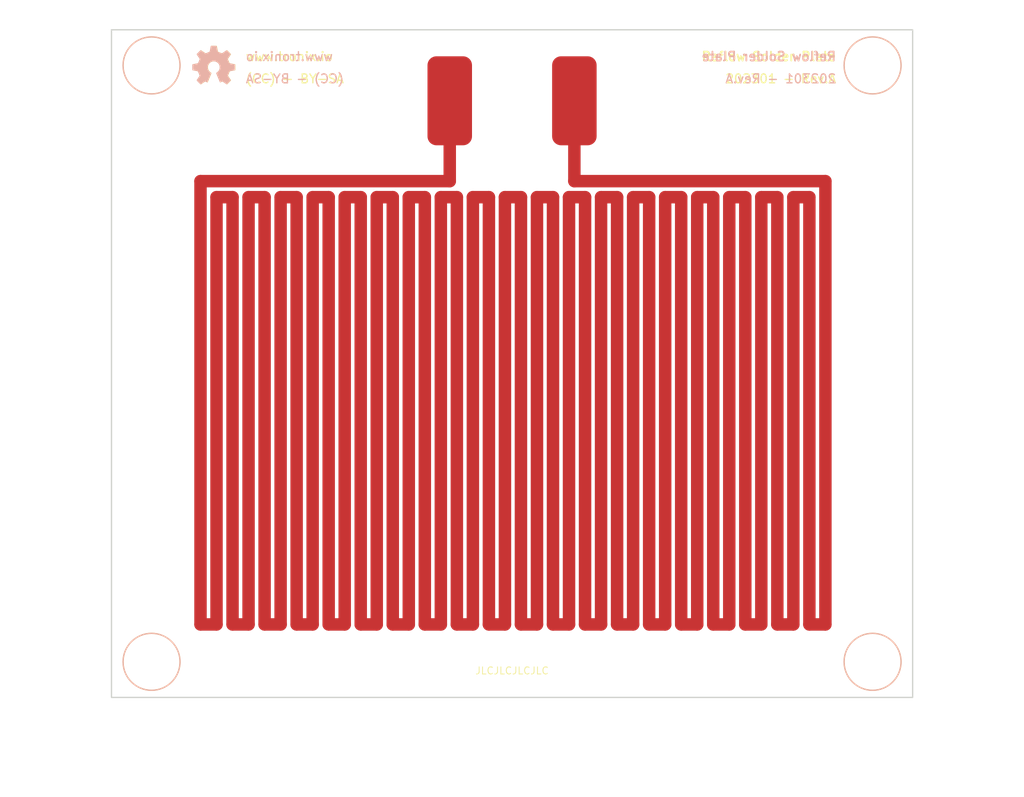
<source format=kicad_pcb>
(kicad_pcb (version 20211014) (generator pcbnew)
  (title_block (title "Solder Plate") (date "01/2023") (rev "A"))
  (layers (0 "F.Cu" signal) (31 "B.Cu" signal) (34 "B.Paste" user) (35 "F.Paste" user) (36 "B.SilkS" user "B.Silkscreen") (37 "F.SilkS" user "F.Silkscreen") (38 "B.Mask" user) (39 "F.Mask" user) (44 "Edge.Cuts" user))
  (net 0 "")
  (net 1 "unconnected-(SP1-Pad1)")
  (footprint "tronixio:SOLDERPLATE" (layer "F.Cu") (at 147 113.975)
    (fp_text reference "SP1" hide)
    (fp_text value "SOLDERPLATE")
    (pad "1" smd roundrect (at -7 -60 90) (size 10 5) (layers "F.Cu" "F.Paste" "F.Mask") (roundrect_rratio 0.2) (net 1 "unconnected-(SP1-Pad1)"))
    (pad "1" smd roundrect (at 7 -60 90) (size 10 5) (layers "F.Cu" "F.Paste" "F.Mask") (roundrect_rratio 0.2) (net 1 "unconnected-(SP1-Pad1)"))
  )
  (footprint "tronixio:MOUNTING-HOLE-3MM-MASK" (layer "F.Cu") (at 106.5 50)
    (fp_text reference "H4" hide)
    (fp_text value "KEYSTONE-9056" hide)
    (fp_circle (center 0 0) (end 3.2 0) (layer "B.SilkS") (width 0.15) (fill none))
    (fp_circle (center 0 0) (end 3.2 0) (layer "F.SilkS") (width 0.15) (fill none))
    (pad "" np_thru_hole circle (at 0 0) (size 3 3) (drill 3) (layers F&B.Cu *.Mask) (clearance 1.5))
  )
  (footprint "tronixio:MOUNTING-HOLE-3MM-MASK" (layer "F.Cu") (at 106.5 117)
    (fp_text reference "H1" hide)
    (fp_text value "KEYSTONE-9056" hide)
    (fp_circle (center 0 0) (end 3.2 0) (layer "B.SilkS") (width 0.15) (fill none))
    (fp_circle (center 0 0) (end 3.2 0) (layer "F.SilkS") (width 0.15) (fill none))
    (pad "" np_thru_hole circle (at 0 0) (size 3 3) (drill 3) (layers F&B.Cu *.Mask) (clearance 1.5))
  )
  (footprint "tronixio:OSHW-5MM" (layer "F.Cu") (at 113.5 50)
    (fp_text reference "G***" hide)
    (fp_text value "LOGO" hide)
    (fp_poly (pts (xy 0.112503 -2.205305) (xy 0.188585 -2.204991) (xy 0.245175 -2.204139) (xy 0.285349 -2.202485) (xy 0.312183 -2.19976) (xy 0.328754 -2.195697) (xy 0.338137 -2.190029) (xy 0.343407 -2.182489) (xy 0.346067 -2.176502) (xy 0.351819 -2.155872) (xy 0.361219 -2.114019) (xy 0.373445 -2.054971) (xy 0.387673 -1.982754) (xy 0.403082 -1.901397) (xy 0.410766 -1.859685) (xy 0.426304 -1.776128) (xy 0.440921 -1.700487) (xy 0.453831 -1.636607) (xy 0.464245 -1.58833) (xy 0.471376 -1.559501) (xy 0.473495 -1.553524) (xy 0.487624 -1.543829) (xy 0.520987 -1.52669) (xy 0.568967 -1.504087) (xy 0.626948 -1.477998) (xy 0.690314 -1.450405) (xy 0.754449 -1.423285) (xy 0.814737 -1.398618) (xy 0.866561 -1.378383) (xy 0.905305 -1.36456) (xy 0.926354 -1.359128) (xy 0.92691 -1.359112) (xy 0.941518 -1.366107) (xy 0.97411 -1.385773) (xy 1.021624 -1.416127) (xy 1.080997 -1.455189) (xy 1.149167 -1.500978) (xy 1.204337 -1.538617) (xy 1.276991 -1.58813) (xy 1.343025 -1.632413) (xy 1.399403 -1.669487) (xy 1.443088 -1.697374) (xy 1.471043 -1.714097) (xy 1.47988 -1.718122) (xy 1.493641 -1.709282) (xy 1.521915 -1.684807) (xy 1.561669 -1.647768) (xy 1.609873 -1.601234) (xy 1.663495 -1.548276) (xy 1.719505 -1.491962) (xy 1.774871 -1.435363) (xy 1.826562 -1.381549) (xy 1.871548 -1.33359) (xy 1.906797 -1.294555) (xy 1.929278 -1.267514) (xy 1.936093 -1.256075) (xy 1.930212 -1.239792) (xy 1.912193 -1.207543) (xy 1.881475 -1.158462) (xy 1.837495 -1.091686) (xy 1.779689 -1.00635) (xy 1.707495 -0.901591) (xy 1.671879 -0.850344) (xy 1.638824 -0.80126) (xy 1.612148 -0.758563) (xy 1.594893 -0.727324) (xy 1.589904 -0.713655) (xy 1.594754 -0.697334) (xy 1.608013 -0.662128) (xy 1.62775 -0.612617) (xy 1.652031 -0.55338) (xy 1.678922 -0.488996) (xy 1.706491 -0.424047) (xy 1.732803 -0.363111) (xy 1.755927 -0.310768) (xy 1.773928 -0.271598) (xy 1.784874 -0.25018) (xy 1.786526 -0.247868) (xy 1.800495 -0.243726) (xy 1.836105 -0.235699) (xy 1.889773 -0.224522) (xy 1.957915 -0.210929) (xy 2.036948 -0.195656) (xy 2.090365 -0.185568) (xy 2.175183 -0.169544) (xy 2.252099 -0.15474) (xy 2.317349 -0.141901) (xy 2.367173 -0.131773) (xy 2.397809 -0.125104) (xy 2.405431 -0.123066) (xy 2.411063 -0.116814) (xy 2.415426 -0.101095) (xy 2.418668 -0.073197) (xy 2.420933 -0.030409) (xy 2.422366 0.02998) (xy 2.423114 0.110684) (xy 2.423321 0.210293) (xy 2.423202 0.310587) (xy 2.422711 0.388201) (xy 2.421649 0.446096) (xy 2.419816 0.487237) (xy 2.417013 0.514584) (xy 2.41304 0.531101) (xy 2.407697 0.53975) (xy 2.400883 0.543466) (xy 2.378661 0.548625) (xy 2.338314 0.556746) (xy 2.286985 0.566415) (xy 2.263049 0.570744) (xy 2.127407 0.595376) (xy 2.016332 0.616479) (xy 1.929018 0.634225) (xy 1.864656 0.64879) (xy 1.82244 0.660347) (xy 1.801562 0.66907) (xy 1.79987 0.670496) (xy 1.791465 0.686078) (xy 1.775685 0.720992) (xy 1.754362 0.770707) (xy 1.729327 0.830694) (xy 1.702414 0.896422) (xy 1.675454 0.96336) (xy 1.650281 1.026979) (xy 1.628726 1.082748) (xy 1.612622 1.126137) (xy 1.603801 1.152615) (xy 1.602692 1.157988) (xy 1.610028 1.172767) (xy 1.63143 1.207108) (xy 1.666036 1.259722) (xy 1.712983 1.329322) (xy 1.771408 1.414621) (xy 1.840447 1.51433) (xy 1.867654 1.553391) (xy 1.897811 1.599113) (xy 1.921185 1.639288) (xy 1.934376 1.667841) (xy 1.936093 1.675677) (xy 1.927103 1.692014) (xy 1.901418 1.723855) (xy 1.860965 1.769075) (xy 1.807672 1.82555) (xy 1.743466 1.891154) (xy 1.71296 1.921664) (xy 1.643302 1.990709) (xy 1.589314 2.043494) (xy 1.548612 2.081971) (xy 1.518813 2.108091) (xy 1.497532 2.123805) (xy 1.482386 2.131066) (xy 1.470991 2.131825) (xy 1.460964 2.128033) (xy 1.460917 2.128008) (xy 1.441892 2.116253) (xy 1.405419 2.09234) (xy 1.355138 2.058707) (xy 1.294686 2.017792) (xy 1.227702 1.972033) (xy 1.210483 1.960205) (xy 1.143557 1.914694) (xy 1.083189 1.874607) (xy 1.032748 1.842104) (xy 0.995605 1.819344) (xy 0.975129 1.808488) (xy 0.972784 1.807875) (xy 0.955044 1.813477) (xy 0.920428 1.82855) (xy 0.874685 1.850498) (xy 0.843591 1.866246) (xy 0.794692 1.890329) (xy 0.754091 1.908142) (xy 0.727189 1.917434) (xy 0.719661 1.917874) (xy 0.71184 1.904564) (xy 0.695873 1.87093) (xy 0.673276 1.820398) (xy 0.645566 1.756397) (xy 0.614262 1.682354) (xy 0.595951 1.638326) (xy 0.555205 1.539832) (xy 0.509885 1.430374) (xy 0.463588 1.318629) (xy 0.419909 1.213275) (xy 0.382617 1.123407) (xy 0.352192 1.049365) (xy 0.325466 0.982847) (xy 0.303922 0.927668) (xy 0.289044 0.887646) (xy 0.282318 0.866596) (xy 0.28208 0.86489) (xy 0.291868 0.850064) (xy 0.317767 0.825757) (xy 0.354572 0.796754) (xy 0.362216 0.791216) (xy 0.47362 0.699405) (xy 0.560778 0.600114) (xy 0.624272 0.492284) (xy 0.664684 0.374854) (xy 0.682594 0.246763) (xy 0.683668 0.205149) (xy 0.672966 0.079705) (xy 0.639876 -0.035509) (xy 0.583362 -0.143051) (xy 0.502387 -0.245478) (xy 0.500128 -0.247901) (xy 0.404266 -0.332655) (xy 0.297367 -0.395917) (xy 0.182586 -0.437559) (xy 0.063074 -0.45745) (xy -0.058015 -0.455461) (xy -0.177529 -0.431461) (xy -0.292317 -0.38532) (xy -0.399224 -0.316909) (xy -0.435557 -0.286461) (xy -0.524789 -0.19034) (xy -0.590858 -0.083248) (xy -0.63358 0.034398) (xy -0.65277 0.162186) (xy -0.653912 0.203806) (xy -0.64477 0.331905) (xy -0.616397 0.446756) (xy -0.567372 0.551025) (xy -0.496276 0.647379) (xy -0.401689 0.738486) (xy -0.345898 0.782346) (xy -0.305473 0.814275) (xy -0.274554 0.84243) (xy -0.257973 0.862253) (xy -0.256436 0.866724) (xy -0.261189 0.882472) (xy -0.274692 0.919019) (xy -0.295811 0.973504) (xy -0.323413 1.043065) (xy -0.356365 1.124837) (xy -0.393532 1.21596) (xy -0.424781 1.291835) (xy -0.466473 1.392714) (xy -0.506757 1.490316) (xy -0.54414 1.581016) (xy -0.57713 1.661187) (xy -0.604234 1.727202) (xy -0.623959 1.775436) (xy -0.631922 1.795053) (xy -0.656173 1.85428) (xy -0.675445 1.89208) (xy -0.695005 1.910535) (xy -0.720119 1.911726) (xy -0.756055 1.897735) (xy -0.80808 1.870643) (xy -0.814523 1.867212) (xy -0.863833 1.841835) (xy -0.905672 1.821875) (xy -0.934272 1.810004) (xy -0.942679 1.807875) (xy -0.957624 1.814831) (xy -0.990452 1.834339) (xy -1.037961 1.864353) (xy -1.096948 1.902829) (xy -1.164211 1.947723) (xy -1.20379 1.974558) (xy -1.273782 2.022017) (xy -1.336742 2.064219) (xy -1.389581 2.099132) (xy -1.429212 2.124728) (xy -1.452547 2.138976) (xy -1.457362 2.141242) (xy -1.468597 2.132572) (xy -1.495354 2.108206) (xy -1.53505 2.070611) (xy -1.585104 2.022252) (xy -1.642932 1.965596) (xy -1.688443 1.920545) (xy -1.754363 1.854061) (xy -1.811428 1.794627) (xy -1.857492 1.744605) (xy -1.890411 1.706358) (xy -1.908038 1.682247) (xy -1.910449 1.676115) (xy -1.903342 1.656709) (xy -1.88402 1.621725) (xy -1.855484 1.576225) (xy -1.822794 1.528185) (xy -1.761853 1.44109) (xy -1.706889 1.361082) (xy -1.659529 1.29063) (xy -1.621397 1.232204) (xy -1.594118 1.188276) (xy -1.579316 1.161316) (xy -1.577082 1.154608) (xy -1.581837 1.136716) (xy -1.594857 1.099854) (xy -1.614275 1.048609) (xy -1.638222 0.987568) (xy -1.664831 0.921316) (xy -1.692235 0.854442) (xy -1.718566 0.791531) (xy -1.741957 0.737171) (xy -1.76054 0.695948) (xy -1.772447 0.672449) (xy -1.774702 0.66925) (xy -1.791569 0.66222) (xy -1.829891 0.651729) (xy -1.885847 0.638647) (xy -1.955617 0.623842) (xy -2.035381 0.608183) (xy -2.07828 0.60022) (xy -2.161621 0.584627) (xy -2.236906 0.569745) (xy -2.300315 0.556391) (xy -2.348033 0.545387) (xy -2.37624 0.537551) (xy -2.381867 0.535051) (xy -2.387099 0.524908) (xy -2.390991 0.502231) (xy -2.393638 0.46456) (xy -2.395134 0.409435) (xy -2.395573 0.334397) (xy -2.39505 0.236985) (xy -2.394689 0.200194) (xy -2.391267 -0.121807) (xy -2.282282 -0.143659) (xy -2.229898 -0.153965) (xy -2.160108 -0.167419) (xy -2.080727 -0.182526) (xy -1.999569 -0.197795) (xy -1.970053 -0.203298) (xy -1.900658 -0.216734) (xy -1.840162 -0.229455) (xy -1.793065 -0.240437) (xy -1.763866 -0.248652) (xy -1.756665 -0.251967) (xy -1.746988 -0.268752) (xy -1.729936 -0.304533) (xy -1.707477 -0.354612) (xy -1.681582 -0.414291) (xy -1.654218 -0.478872) (xy -1.627353 -0.543658) (xy -1.602957 -0.60395) (xy -1.582998 -0.65505) (xy -1.569445 -0.692261) (xy -1.564266 -0.710885) (xy -1.564261 -0.711124) (xy -1.571273 -0.727773) (xy -1.590937 -0.762151) (xy -1.621195 -0.810982) (xy -1.659988 -0.870991) (xy -1.705259 -0.938901) (xy -1.732615 -0.979077) (xy -1.780965 -1.050145) (xy -1.82446 -1.115201) (xy -1.860949 -1.170937) (xy -1.888284 -1.214046) (xy -1.904314 -1.24122) (xy -1.907531 -1.248169) (xy -1.904717 -1.261112) (xy -1.890381 -1.283286) (xy -1.863069 -1.316351) (xy -1.821325 -1.361969) (xy -1.763692 -1.421801) (xy -1.691232 -1.494988) (xy -1.628982 -1.55669) (xy -1.572135 -1.611849) (xy -1.523344 -1.657988) (xy -1.485263 -1.692627) (xy -1.460542 -1.713289) (xy -1.452414 -1.718122) (xy -1.437782 -1.711105) (xy -1.405251 -1.6914) (xy -1.357928 -1.661025) (xy -1.298923 -1.621998) (xy -1.231343 -1.576338) (xy -1.183018 -1.543181) (xy -1.111112 -1.493886) (xy -1.04544 -1.44951) (xy -0.989183 -1.41215) (xy -0.945519 -1.383901) (xy -0.917627 -1.36686) (xy -0.90944 -1.362781) (xy -0.891885 -1.365776) (xy -0.855505 -1.377082) (xy -0.805012 -1.394838) (xy -0.745121 -1.417183) (xy -0.680546 -1.442257) (xy -0.616001 -1.468199) (xy -0.5562 -1.493147) (xy -0.505857 -1.515243) (xy -0.469686 -1.532623) (xy -0.45278 -1.543038) (xy -0.446293 -1.559308) (xy -0.436108 -1.597206) (xy -0.423041 -1.653118) (xy -0.407909 -1.723429) (xy -0.391528 -1.804525) (xy -0.378917 -1.870225) (xy -0.362481 -1.956759) (xy -0.347254 -2.035011) (xy -0.333961 -2.101421) (xy -0.323321 -2.152432) (xy -0.316058 -2.184486) (xy -0.31324 -2.193976) (xy -0.299005 -2.197095) (xy -0.262664 -2.199887) (xy -0.207755 -2.20223) (xy -0.137813 -2.204) (xy -0.056376 -2.205075) (xy 0.013853 -2.205351)) (layer "F.SilkS") (width 0) (fill solid))
  )
  (footprint "tronixio:MOUNTING-HOLE-3MM-MASK" (layer "F.Cu") (at 187.5 117)
    (fp_text reference "H2" hide)
    (fp_text value "KEYSTONE-9056" hide)
    (fp_circle (center 0 0) (end 3.2 0) (layer "B.SilkS") (width 0.15) (fill none))
    (fp_circle (center 0 0) (end 3.2 0) (layer "F.SilkS") (width 0.15) (fill none))
    (pad "" np_thru_hole circle (at 0 0) (size 3 3) (drill 3) (layers F&B.Cu *.Mask) (clearance 1.5))
  )
  (footprint "tronixio:MOUNTING-HOLE-3MM-MASK" (layer "F.Cu") (at 187.5 50)
    (fp_text reference "H3" hide)
    (fp_text value "KEYSTONE-9056" hide)
    (fp_circle (center 0 0) (end 3.2 0) (layer "B.SilkS") (width 0.15) (fill none))
    (fp_circle (center 0 0) (end 3.2 0) (layer "F.SilkS") (width 0.15) (fill none))
    (pad "" np_thru_hole circle (at 0 0) (size 3 3) (drill 3) (layers F&B.Cu *.Mask) (clearance 1.5))
  )
  (footprint "tronixio:OSHW-5MM" (layer "B.Cu") (at 113.5 50 180)
    (fp_text reference "G***" hide)
    (fp_text value "LOGO" hide)
    (fp_poly (pts (xy 0.112503 2.205305) (xy 0.188585 2.204991) (xy 0.245175 2.204139) (xy 0.285349 2.202485) (xy 0.312183 2.19976) (xy 0.328754 2.195697) (xy 0.338137 2.190029) (xy 0.343407 2.182489) (xy 0.346067 2.176502) (xy 0.351819 2.155872) (xy 0.361219 2.114019) (xy 0.373445 2.054971) (xy 0.387673 1.982754) (xy 0.403082 1.901397) (xy 0.410766 1.859685) (xy 0.426304 1.776128) (xy 0.440921 1.700487) (xy 0.453831 1.636607) (xy 0.464245 1.58833) (xy 0.471376 1.559501) (xy 0.473495 1.553524) (xy 0.487624 1.543829) (xy 0.520987 1.52669) (xy 0.568967 1.504087) (xy 0.626948 1.477998) (xy 0.690314 1.450405) (xy 0.754449 1.423285) (xy 0.814737 1.398618) (xy 0.866561 1.378383) (xy 0.905305 1.36456) (xy 0.926354 1.359128) (xy 0.92691 1.359112) (xy 0.941518 1.366107) (xy 0.97411 1.385773) (xy 1.021624 1.416127) (xy 1.080997 1.455189) (xy 1.149167 1.500978) (xy 1.204337 1.538617) (xy 1.276991 1.58813) (xy 1.343025 1.632413) (xy 1.399403 1.669487) (xy 1.443088 1.697374) (xy 1.471043 1.714097) (xy 1.47988 1.718122) (xy 1.493641 1.709282) (xy 1.521915 1.684807) (xy 1.561669 1.647768) (xy 1.609873 1.601234) (xy 1.663495 1.548276) (xy 1.719505 1.491962) (xy 1.774871 1.435363) (xy 1.826562 1.381549) (xy 1.871548 1.33359) (xy 1.906797 1.294555) (xy 1.929278 1.267514) (xy 1.936093 1.256075) (xy 1.930212 1.239792) (xy 1.912193 1.207543) (xy 1.881475 1.158462) (xy 1.837495 1.091686) (xy 1.779689 1.00635) (xy 1.707495 0.901591) (xy 1.671879 0.850344) (xy 1.638824 0.80126) (xy 1.612148 0.758563) (xy 1.594893 0.727324) (xy 1.589904 0.713655) (xy 1.594754 0.697334) (xy 1.608013 0.662128) (xy 1.62775 0.612617) (xy 1.652031 0.55338) (xy 1.678922 0.488996) (xy 1.706491 0.424047) (xy 1.732803 0.363111) (xy 1.755927 0.310768) (xy 1.773928 0.271598) (xy 1.784874 0.25018) (xy 1.786526 0.247868) (xy 1.800495 0.243726) (xy 1.836105 0.235699) (xy 1.889773 0.224522) (xy 1.957915 0.210929) (xy 2.036948 0.195656) (xy 2.090365 0.185568) (xy 2.175183 0.169544) (xy 2.252099 0.15474) (xy 2.317349 0.141901) (xy 2.367173 0.131773) (xy 2.397809 0.125104) (xy 2.405431 0.123066) (xy 2.411063 0.116814) (xy 2.415426 0.101095) (xy 2.418668 0.073197) (xy 2.420933 0.030409) (xy 2.422366 -0.02998) (xy 2.423114 -0.110684) (xy 2.423321 -0.210293) (xy 2.423202 -0.310587) (xy 2.422711 -0.388201) (xy 2.421649 -0.446096) (xy 2.419816 -0.487237) (xy 2.417013 -0.514584) (xy 2.41304 -0.531101) (xy 2.407697 -0.53975) (xy 2.400883 -0.543466) (xy 2.378661 -0.548625) (xy 2.338314 -0.556746) (xy 2.286985 -0.566415) (xy 2.263049 -0.570744) (xy 2.127407 -0.595376) (xy 2.016332 -0.616479) (xy 1.929018 -0.634225) (xy 1.864656 -0.64879) (xy 1.82244 -0.660347) (xy 1.801562 -0.66907) (xy 1.79987 -0.670496) (xy 1.791465 -0.686078) (xy 1.775685 -0.720992) (xy 1.754362 -0.770707) (xy 1.729327 -0.830694) (xy 1.702414 -0.896422) (xy 1.675454 -0.96336) (xy 1.650281 -1.026979) (xy 1.628726 -1.082748) (xy 1.612622 -1.126137) (xy 1.603801 -1.152615) (xy 1.602692 -1.157988) (xy 1.610028 -1.172767) (xy 1.63143 -1.207108) (xy 1.666036 -1.259722) (xy 1.712983 -1.329322) (xy 1.771408 -1.414621) (xy 1.840447 -1.51433) (xy 1.867654 -1.553391) (xy 1.897811 -1.599113) (xy 1.921185 -1.639288) (xy 1.934376 -1.667841) (xy 1.936093 -1.675677) (xy 1.927103 -1.692014) (xy 1.901418 -1.723855) (xy 1.860965 -1.769075) (xy 1.807672 -1.82555) (xy 1.743466 -1.891154) (xy 1.71296 -1.921664) (xy 1.643302 -1.990709) (xy 1.589314 -2.043494) (xy 1.548612 -2.081971) (xy 1.518813 -2.108091) (xy 1.497532 -2.123805) (xy 1.482386 -2.131066) (xy 1.470991 -2.131825) (xy 1.460964 -2.128033) (xy 1.460917 -2.128008) (xy 1.441892 -2.116253) (xy 1.405419 -2.09234) (xy 1.355138 -2.058707) (xy 1.294686 -2.017792) (xy 1.227702 -1.972033) (xy 1.210483 -1.960205) (xy 1.143557 -1.914694) (xy 1.083189 -1.874607) (xy 1.032748 -1.842104) (xy 0.995605 -1.819344) (xy 0.975129 -1.808488) (xy 0.972784 -1.807875) (xy 0.955044 -1.813477) (xy 0.920428 -1.82855) (xy 0.874685 -1.850498) (xy 0.843591 -1.866246) (xy 0.794692 -1.890329) (xy 0.754091 -1.908142) (xy 0.727189 -1.917434) (xy 0.719661 -1.917874) (xy 0.71184 -1.904564) (xy 0.695873 -1.87093) (xy 0.673276 -1.820398) (xy 0.645566 -1.756397) (xy 0.614262 -1.682354) (xy 0.595951 -1.638326) (xy 0.555205 -1.539832) (xy 0.509885 -1.430374) (xy 0.463588 -1.318629) (xy 0.419909 -1.213275) (xy 0.382617 -1.123407) (xy 0.352192 -1.049365) (xy 0.325466 -0.982847) (xy 0.303922 -0.927668) (xy 0.289044 -0.887646) (xy 0.282318 -0.866596) (xy 0.28208 -0.86489) (xy 0.291868 -0.850064) (xy 0.317767 -0.825757) (xy 0.354572 -0.796754) (xy 0.362216 -0.791216) (xy 0.47362 -0.699405) (xy 0.560778 -0.600114) (xy 0.624272 -0.492284) (xy 0.664684 -0.374854) (xy 0.682594 -0.246763) (xy 0.683668 -0.205149) (xy 0.672966 -0.079705) (xy 0.639876 0.035509) (xy 0.583362 0.143051) (xy 0.502387 0.245478) (xy 0.500128 0.247901) (xy 0.404266 0.332655) (xy 0.297367 0.395917) (xy 0.182586 0.437559) (xy 0.063074 0.45745) (xy -0.058015 0.455461) (xy -0.177529 0.431461) (xy -0.292317 0.38532) (xy -0.399224 0.316909) (xy -0.435557 0.286461) (xy -0.524789 0.19034) (xy -0.590858 0.083248) (xy -0.63358 -0.034398) (xy -0.65277 -0.162186) (xy -0.653912 -0.203806) (xy -0.64477 -0.331905) (xy -0.616397 -0.446756) (xy -0.567372 -0.551025) (xy -0.496276 -0.647379) (xy -0.401689 -0.738486) (xy -0.345898 -0.782346) (xy -0.305473 -0.814275) (xy -0.274554 -0.84243) (xy -0.257973 -0.862253) (xy -0.256436 -0.866724) (xy -0.261189 -0.882472) (xy -0.274692 -0.919019) (xy -0.295811 -0.973504) (xy -0.323413 -1.043065) (xy -0.356365 -1.124837) (xy -0.393532 -1.21596) (xy -0.424781 -1.291835) (xy -0.466473 -1.392714) (xy -0.506757 -1.490316) (xy -0.54414 -1.581016) (xy -0.57713 -1.661187) (xy -0.604234 -1.727202) (xy -0.623959 -1.775436) (xy -0.631922 -1.795053) (xy -0.656173 -1.85428) (xy -0.675445 -1.89208) (xy -0.695005 -1.910535) (xy -0.720119 -1.911726) (xy -0.756055 -1.897735) (xy -0.80808 -1.870643) (xy -0.814523 -1.867212) (xy -0.863833 -1.841835) (xy -0.905672 -1.821875) (xy -0.934272 -1.810004) (xy -0.942679 -1.807875) (xy -0.957624 -1.814831) (xy -0.990452 -1.834339) (xy -1.037961 -1.864353) (xy -1.096948 -1.902829) (xy -1.164211 -1.947723) (xy -1.20379 -1.974558) (xy -1.273782 -2.022017) (xy -1.336742 -2.064219) (xy -1.389581 -2.099132) (xy -1.429212 -2.124728) (xy -1.452547 -2.138976) (xy -1.457362 -2.141242) (xy -1.468597 -2.132572) (xy -1.495354 -2.108206) (xy -1.53505 -2.070611) (xy -1.585104 -2.022252) (xy -1.642932 -1.965596) (xy -1.688443 -1.920545) (xy -1.754363 -1.854061) (xy -1.811428 -1.794627) (xy -1.857492 -1.744605) (xy -1.890411 -1.706358) (xy -1.908038 -1.682247) (xy -1.910449 -1.676115) (xy -1.903342 -1.656709) (xy -1.88402 -1.621725) (xy -1.855484 -1.576225) (xy -1.822794 -1.528185) (xy -1.761853 -1.44109) (xy -1.706889 -1.361082) (xy -1.659529 -1.29063) (xy -1.621397 -1.232204) (xy -1.594118 -1.188276) (xy -1.579316 -1.161316) (xy -1.577082 -1.154608) (xy -1.581837 -1.136716) (xy -1.594857 -1.099854) (xy -1.614275 -1.048609) (xy -1.638222 -0.987568) (xy -1.664831 -0.921316) (xy -1.692235 -0.854442) (xy -1.718566 -0.791531) (xy -1.741957 -0.737171) (xy -1.76054 -0.695948) (xy -1.772447 -0.672449) (xy -1.774702 -0.66925) (xy -1.791569 -0.66222) (xy -1.829891 -0.651729) (xy -1.885847 -0.638647) (xy -1.955617 -0.623842) (xy -2.035381 -0.608183) (xy -2.07828 -0.60022) (xy -2.161621 -0.584627) (xy -2.236906 -0.569745) (xy -2.300315 -0.556391) (xy -2.348033 -0.545387) (xy -2.37624 -0.537551) (xy -2.381867 -0.535051) (xy -2.387099 -0.524908) (xy -2.390991 -0.502231) (xy -2.393638 -0.46456) (xy -2.395134 -0.409435) (xy -2.395573 -0.334397) (xy -2.39505 -0.236985) (xy -2.394689 -0.200194) (xy -2.391267 0.121807) (xy -2.282282 0.143659) (xy -2.229898 0.153965) (xy -2.160108 0.167419) (xy -2.080727 0.182526) (xy -1.999569 0.197795) (xy -1.970053 0.203298) (xy -1.900658 0.216734) (xy -1.840162 0.229455) (xy -1.793065 0.240437) (xy -1.763866 0.248652) (xy -1.756665 0.251967) (xy -1.746988 0.268752) (xy -1.729936 0.304533) (xy -1.707477 0.354612) (xy -1.681582 0.414291) (xy -1.654218 0.478872) (xy -1.627353 0.543658) (xy -1.602957 0.60395) (xy -1.582998 0.65505) (xy -1.569445 0.692261) (xy -1.564266 0.710885) (xy -1.564261 0.711124) (xy -1.571273 0.727773) (xy -1.590937 0.762151) (xy -1.621195 0.810982) (xy -1.659988 0.870991) (xy -1.705259 0.938901) (xy -1.732615 0.979077) (xy -1.780965 1.050145) (xy -1.82446 1.115201) (xy -1.860949 1.170937) (xy -1.888284 1.214046) (xy -1.904314 1.24122) (xy -1.907531 1.248169) (xy -1.904717 1.261112) (xy -1.890381 1.283286) (xy -1.863069 1.316351) (xy -1.821325 1.361969) (xy -1.763692 1.421801) (xy -1.691232 1.494988) (xy -1.628982 1.55669) (xy -1.572135 1.611849) (xy -1.523344 1.657988) (xy -1.485263 1.692627) (xy -1.460542 1.713289) (xy -1.452414 1.718122) (xy -1.437782 1.711105) (xy -1.405251 1.6914) (xy -1.357928 1.661025) (xy -1.298923 1.621998) (xy -1.231343 1.576338) (xy -1.183018 1.543181) (xy -1.111112 1.493886) (xy -1.04544 1.44951) (xy -0.989183 1.41215) (xy -0.945519 1.383901) (xy -0.917627 1.36686) (xy -0.90944 1.362781) (xy -0.891885 1.365776) (xy -0.855505 1.377082) (xy -0.805012 1.394838) (xy -0.745121 1.417183) (xy -0.680546 1.442257) (xy -0.616001 1.468199) (xy -0.5562 1.493147) (xy -0.505857 1.515243) (xy -0.469686 1.532623) (xy -0.45278 1.543038) (xy -0.446293 1.559308) (xy -0.436108 1.597206) (xy -0.423041 1.653118) (xy -0.407909 1.723429) (xy -0.391528 1.804525) (xy -0.378917 1.870225) (xy -0.362481 1.956759) (xy -0.347254 2.035011) (xy -0.333961 2.101421) (xy -0.323321 2.152432) (xy -0.316058 2.184486) (xy -0.31324 2.193976) (xy -0.299005 2.197095) (xy -0.262664 2.199887) (xy -0.207755 2.20223) (xy -0.137813 2.204) (xy -0.056376 2.205075) (xy 0.013853 2.205351)) (layer "B.SilkS") (width 0) (fill solid))
  )
  (gr_rect (start 102 121) (end 192 46) (layer "Edge.Cuts") (width 0.15) (fill none))
  (gr_text "202301 - Rev.A" (at 183.5 51.5) (layer "B.SilkS") (effects (font (size 1 1)) (justify left mirror)))
  (gr_text "www.tronix.io" (at 117 49) (layer "B.SilkS") (effects (font (size 1 1)) (justify right mirror)))
  (gr_text "Reflow Solder Plate" (at 183.5 49) (layer "B.SilkS") (effects (font (size 1 1) (thickness 0.2)) (justify left mirror)))
  (gr_text "(CC) - BY-SA" (at 117 51.5) (layer "B.SilkS") (effects (font (size 1 1)) (justify right mirror)))
  (gr_text "(CC) - BY-SA" (at 117 51.5) (layer "F.SilkS") (effects (font (size 1 1)) (justify left)))
  (gr_text "www.tronix.io" (at 117 49) (layer "F.SilkS") (effects (font (size 1 1)) (justify left)))
  (gr_text "JLCJLCJLCJLC" (at 147 118) (layer "F.SilkS") (effects (font (size 0.8 0.8) (thickness 0.1))))
  (gr_text "Reflow Solder Plate" (at 183.5 49) (layer "F.SilkS") (effects (font (size 1 1) (thickness 0.2)) (justify right)))
  (gr_text "202301 - Rev.A" (at 183.5 51.5) (layer "F.SilkS") (effects (font (size 1 1)) (justify right)))
  (segment (start 178.6002 112.80082) (end 178.6002 64.80071) (width 1.4) (layer "F.Cu") (net 1))
  (segment (start 173.20021 112.80082) (end 175.00016 112.80082) (width 1.4) (layer "F.Cu") (net 1))
  (segment (start 175.00016 64.80071) (end 176.80026 64.80071) (width 1.4) (layer "F.Cu") (net 1))
  (segment (start 182.20022 112.80082) (end 182.20022 63) (width 1.4) (layer "F.Cu") (net 1))
  (segment (start 176.80026 64.80071) (end 176.80026 112.80082) (width 1.4) (layer "F.Cu") (net 1))
  (segment (start 169.60019 112.80082) (end 171.40014 112.80082) (width 1.4) (layer "F.Cu") (net 1))
  (segment (start 162.40013 64.80071) (end 162.40013 112.80082) (width 1.4) (layer "F.Cu") (net 1))
  (segment (start 111.99985 63) (end 140 63) (width 1.4) (layer "F.Cu") (net 1))
  (segment (start 166.00015 112.80082) (end 167.80012 112.80082) (width 1.4) (layer "F.Cu") (net 1))
  (segment (start 144.39999 112.80082) (end 146.20006 112.80082) (width 1.4) (layer "F.Cu") (net 1))
  (segment (start 169.60019 64.80071) (end 169.60019 112.80082) (width 1.4) (layer "F.Cu") (net 1))
  (segment (start 164.20008 64.80071) (end 166.00015 64.80071) (width 1.4) (layer "F.Cu") (net 1))
  (segment (start 171.40014 64.80071) (end 173.20021 64.80071) (width 1.4) (layer "F.Cu") (net 1))
  (segment (start 115.5999 112.80082) (end 117.39984 112.80082) (width 1.4) (layer "F.Cu") (net 1))
  (segment (start 128.19992 112.80082) (end 128.19992 64.80071) (width 1.4) (layer "F.Cu") (net 1))
  (segment (start 133.59991 64.80071) (end 133.59991 112.80082) (width 1.4) (layer "F.Cu") (net 1))
  (segment (start 111.99985 112.80082) (end 113.79987 112.80082) (width 1.4) (layer "F.Cu") (net 1))
  (segment (start 140 63) (end 140 53.975) (width 1.4) (layer "F.Cu") (net 1))
  (segment (start 160.60006 112.80082) (end 160.60006 64.80071) (width 1.4) (layer "F.Cu") (net 1))
  (segment (start 151.60005 112.80082) (end 153.40013 112.80082) (width 1.4) (layer "F.Cu") (net 1))
  (segment (start 148.00001 64.80071) (end 148.00001 112.80082) (width 1.4) (layer "F.Cu") (net 1))
  (segment (start 167.80012 64.80071) (end 169.60019 64.80071) (width 1.4) (layer "F.Cu") (net 1))
  (segment (start 128.19992 64.80071) (end 129.99999 64.80071) (width 1.4) (layer "F.Cu") (net 1))
  (segment (start 144.39999 64.80071) (end 144.39999 112.80082) (width 1.4) (layer "F.Cu") (net 1))
  (segment (start 140.79997 64.80071) (end 140.79997 112.80082) (width 1.4) (layer "F.Cu") (net 1))
  (segment (start 111.99985 63) (end 111.99985 112.80082) (width 1.4) (layer "F.Cu") (net 1))
  (segment (start 119.19991 112.80082) (end 120.99986 112.80082) (width 1.4) (layer "F.Cu") (net 1))
  (segment (start 146.20006 112.80082) (end 146.20006 64.80071) (width 1.4) (layer "F.Cu") (net 1))
  (segment (start 131.79994 112.80082) (end 131.79994 64.80071) (width 1.4) (layer "F.Cu") (net 1))
  (segment (start 146.20006 64.80071) (end 148.00001 64.80071) (width 1.4) (layer "F.Cu") (net 1))
  (segment (start 115.5999 64.80071) (end 115.5999 112.80082) (width 1.4) (layer "F.Cu") (net 1))
  (segment (start 155.20007 112.80082) (end 157.00014 112.80082) (width 1.4) (layer "F.Cu") (net 1))
  (segment (start 124.5999 64.80071) (end 126.3999 64.80071) (width 1.4) (layer "F.Cu") (net 1))
  (segment (start 155.20007 64.80071) (end 155.20007 112.80082) (width 1.4) (layer "F.Cu") (net 1))
  (segment (start 140.79997 112.80082) (end 142.60005 112.80082) (width 1.4) (layer "F.Cu") (net 1))
  (segment (start 135.39998 64.80071) (end 137.19993 64.80071) (width 1.4) (layer "F.Cu") (net 1))
  (segment (start 171.40014 112.80082) (end 171.40014 64.80071) (width 1.4) (layer "F.Cu") (net 1))
  (segment (start 166.00015 64.80071) (end 166.00015 112.80082) (width 1.4) (layer "F.Cu") (net 1))
  (segment (start 120.99986 64.80071) (end 122.79988 64.80071) (width 1.4) (layer "F.Cu") (net 1))
  (segment (start 119.19991 64.80071) (end 119.19991 112.80082) (width 1.4) (layer "F.Cu") (net 1))
  (segment (start 149.80008 112.80082) (end 149.80008 64.80071) (width 1.4) (layer "F.Cu") (net 1))
  (segment (start 137.19993 112.80082) (end 139 112.80082) (width 1.4) (layer "F.Cu") (net 1))
  (segment (start 133.59991 112.80082) (end 135.39998 112.80082) (width 1.4) (layer "F.Cu") (net 1))
  (segment (start 135.39998 112.80082) (end 135.39998 64.80071) (width 1.4) (layer "F.Cu") (net 1))
  (segment (start 126.3999 112.80082) (end 128.19992 112.80082) (width 1.4) (layer "F.Cu") (net 1))
  (segment (start 175.00016 112.80082) (end 175.00016 64.80071) (width 1.4) (layer "F.Cu") (net 1))
  (segment (start 173.20021 64.80071) (end 173.20021 112.80082) (width 1.4) (layer "F.Cu") (net 1))
  (segment (start 131.79994 64.80071) (end 133.59991 64.80071) (width 1.4) (layer "F.Cu") (net 1))
  (segment (start 167.80012 112.80082) (end 167.80012 64.80071) (width 1.4) (layer "F.Cu") (net 1))
  (segment (start 117.39984 64.80071) (end 119.19991 64.80071) (width 1.4) (layer "F.Cu") (net 1))
  (segment (start 113.79987 112.80082) (end 113.79987 64.80071) (width 1.4) (layer "F.Cu") (net 1))
  (segment (start 129.99999 64.80071) (end 129.99999 112.80082) (width 1.4) (layer "F.Cu") (net 1))
  (segment (start 122.79988 64.80071) (end 122.79988 112.80082) (width 1.4) (layer "F.Cu") (net 1))
  (segment (start 137.19993 64.80071) (end 137.19993 112.80082) (width 1.4) (layer "F.Cu") (net 1))
  (segment (start 122.79988 112.80082) (end 124.5999 112.80082) (width 1.4) (layer "F.Cu") (net 1))
  (segment (start 157.00014 64.80071) (end 158.80011 64.80071) (width 1.4) (layer "F.Cu") (net 1))
  (segment (start 158.80011 64.80071) (end 158.80011 112.80082) (width 1.4) (layer "F.Cu") (net 1))
  (segment (start 142.60005 112.80082) (end 142.60005 64.80071) (width 1.4) (layer "F.Cu") (net 1))
  (segment (start 139 112.80082) (end 139 64.80071) (width 1.4) (layer "F.Cu") (net 1))
  (segment (start 149.80008 64.80071) (end 151.60005 64.80071) (width 1.4) (layer "F.Cu") (net 1))
  (segment (start 124.5999 112.80082) (end 124.5999 64.80071) (width 1.4) (layer "F.Cu") (net 1))
  (segment (start 180.40027 112.80082) (end 182.20022 112.80082) (width 1.4) (layer "F.Cu") (net 1))
  (segment (start 180.40027 64.80071) (end 180.40027 112.80082) (width 1.4) (layer "F.Cu") (net 1))
  (segment (start 182.19936 63) (end 154 63) (width 1.4) (layer "F.Cu") (net 1))
  (segment (start 157.00014 112.80082) (end 157.00014 64.80071) (width 1.4) (layer "F.Cu") (net 1))
  (segment (start 164.20008 112.80082) (end 164.20008 64.80071) (width 1.4) (layer "F.Cu") (net 1))
  (segment (start 178.6002 64.80071) (end 180.40027 64.80071) (width 1.4) (layer "F.Cu") (net 1))
  (segment (start 162.40013 112.80082) (end 164.20008 112.80082) (width 1.4) (layer "F.Cu") (net 1))
  (segment (start 153.40013 112.80082) (end 153.40013 64.80071) (width 1.4) (layer "F.Cu") (net 1))
  (segment (start 176.80026 112.80082) (end 178.6002 112.80082) (width 1.4) (layer "F.Cu") (net 1))
  (segment (start 151.60005 64.80071) (end 151.60005 112.80082) (width 1.4) (layer "F.Cu") (net 1))
  (segment (start 148.00001 112.80082) (end 149.80008 112.80082) (width 1.4) (layer "F.Cu") (net 1))
  (segment (start 142.60005 64.80071) (end 144.39999 64.80071) (width 1.4) (layer "F.Cu") (net 1))
  (segment (start 113.79987 64.80071) (end 115.5999 64.80071) (width 1.4) (layer "F.Cu") (net 1))
  (segment (start 158.80011 112.80082) (end 160.60006 112.80082) (width 1.4) (layer "F.Cu") (net 1))
  (segment (start 160.60006 64.80071) (end 162.40013 64.80071) (width 1.4) (layer "F.Cu") (net 1))
  (segment (start 117.39984 112.80082) (end 117.39984 64.80071) (width 1.4) (layer "F.Cu") (net 1))
  (segment (start 153.40013 64.80071) (end 155.20007 64.80071) (width 1.4) (layer "F.Cu") (net 1))
  (segment (start 129.99999 112.80082) (end 131.79994 112.80082) (width 1.4) (layer "F.Cu") (net 1))
  (segment (start 126.3999 64.80071) (end 126.3999 112.80082) (width 1.4) (layer "F.Cu") (net 1))
  (segment (start 120.99986 112.80082) (end 120.99986 64.80071) (width 1.4) (layer "F.Cu") (net 1))
  (segment (start 154 63) (end 154 53.975) (width 1.4) (layer "F.Cu") (net 1))
  (segment (start 139 64.80071) (end 140.79997 64.80071) (width 1.4) (layer "F.Cu") (net 1))
)
</source>
